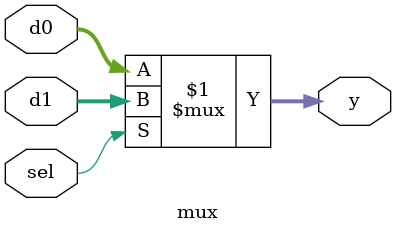
<source format=v>
module mux #(parameter WIDTH = 8) (
  input [WIDTH-1 : 0]d0,d1,
  input sel,
  output [WIDTH-1 : 0]y );
  
  assign y = sel ? d1 : d0;
  
endmodule

</source>
